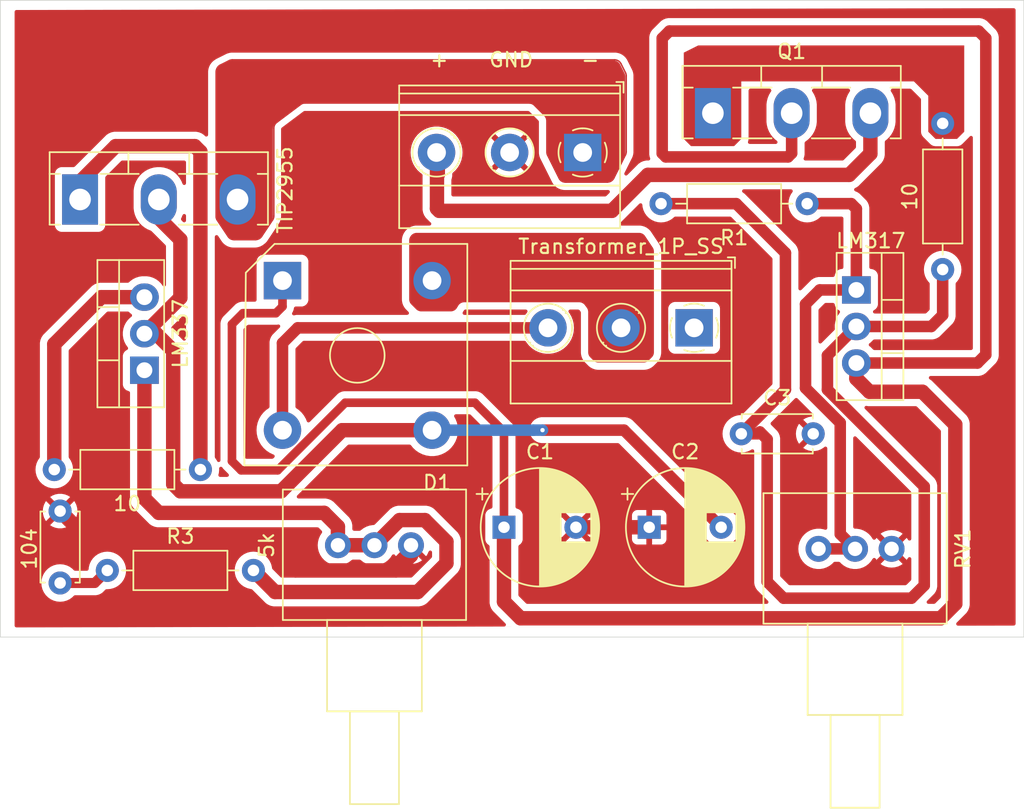
<source format=kicad_pcb>
(kicad_pcb (version 20240108) (generator "pcbnew") (generator_version "8.0")
  (layers (0 "F.Cu" signal) (31 "B.Cu" signal) (34 "B.Paste" user) (35 "F.Paste" user) (36 "B.SilkS" user "B.Silkscreen") (37 "F.SilkS" user "F.Silkscreen") (38 "B.Mask" user) (39 "F.Mask" user) (44 "Edge.Cuts" user))
  (net 0 "")
  (net 1 "Net-(D1-+)")
  (net 2 "GND")
  (net 3 "Net-(D1--)")
  (net 4 "Net-(U1-VO)")
  (net 5 "Net-(U3-VO)")
  (net 6 "Net-(T1-SA)")
  (net 7 "Net-(T1-SB)")
  (net 8 "/Vne")
  (net 9 "/Vac")
  (net 10 "/OUT -")
  (net 11 "/OUT+")
  (net 12 "Net-(Q1-B)")
  (net 13 "Net-(Q2-B)")
  (net 14 "Net-(U1-ADJ)")
  (net 15 "Net-(U3-ADJ)")
  (footprint "Capacitor_THT:CP_Radial_D8.0mm_P5.00mm" (layer "F.Cu") (at 151.5 70)
    (property "Reference" "C1" (at 2.5 -5.25 0) (layer "F.SilkS"))
    (property "Value" "4700uF")
    (pad "1" thru_hole rect (at 0 0) (size 1.6 1.6) (drill 0.8) (layers "*.Cu" "*.Mask") (net 1 "Net-(D1-+)"))
    (pad "2" thru_hole circle (at 5 0) (size 1.6 1.6) (drill 0.8) (layers "*.Cu" "*.Mask") (net 2 "GND"))
  )
  (footprint "Capacitor_THT:C_Disc_D4.7mm_W2.5mm_P5.00mm" (layer "F.Cu") (at 120.6392 73.874 90)
    (property "Reference" "C4" (hide yes))
    (property "Value" "104" (at 2.374 -2.1392 90) (layer "F.SilkS"))
    (pad "1" thru_hole circle (at 0 0 90) (size 1.6 1.6) (drill 0.8) (layers "*.Cu" "*.Mask") (net 5 "Net-(U3-VO)"))
    (pad "2" thru_hole circle (at 5 0 90) (size 1.6 1.6) (drill 0.8) (layers "*.Cu" "*.Mask") (net 2 "GND"))
  )
  (footprint "TerminalBlock_Phoenix:TerminalBlock_Phoenix_MKDS-1,5-3-5.08_1x03_P5.08mm_Horizontal" (layer "F.Cu") (at 156.972 43.942 180)
    (property "Reference" "J2" (hide yes))
    (property "Value" "Screw_Terminal_01x03" (hide yes))
    (pad "1" thru_hole rect (at 0 0 180) (size 2.6 2.6) (drill 1.3) (layers "*.Cu" "*.Mask") (net 11 "/OUT+"))
    (pad "2" thru_hole circle (at 5.08 0 180) (size 2.6 2.6) (drill 1.3) (layers "*.Cu" "*.Mask") (net 2 "GND"))
    (pad "3" thru_hole circle (at 10.16 0 180) (size 2.6 2.6) (drill 1.3) (layers "*.Cu" "*.Mask") (net 10 "/OUT -"))
  )
  (footprint "Capacitor_THT:CP_Radial_D8.0mm_P5.00mm" (layer "F.Cu") (at 161.597349 70)
    (property "Reference" "C2" (at 2.5 -5.25 0) (layer "F.SilkS"))
    (property "Value" "4700uF")
    (pad "1" thru_hole rect (at 0 0) (size 1.6 1.6) (drill 0.8) (layers "*.Cu" "*.Mask") (net 2 "GND"))
    (pad "2" thru_hole circle (at 5 0) (size 1.6 1.6) (drill 0.8) (layers "*.Cu" "*.Mask") (net 3 "Net-(D1--)"))
  )
  (footprint "Diode_THT:Diode_Bridge_Vishay_KBPC6" (layer "F.Cu") (at 136.1 52.85)
    (property "Reference" "D1" (at 10.75 14.05 180) (layer "F.SilkS"))
    (property "Value" "Diode Bridge" (hide yes))
    (pad "1" thru_hole rect (at 0 0) (size 2.6 2.6) (drill 1.3) (layers "*.Cu" "*.Mask") (net 1 "Net-(D1-+)"))
    (pad "2" thru_hole circle (at 0 10.4) (size 2.6 2.6) (drill 1.3) (layers "*.Cu" "*.Mask") (net 6 "Net-(T1-SA)"))
    (pad "3" thru_hole circle (at 10.4 10.4) (size 2.6 2.6) (drill 1.3) (layers "*.Cu" "*.Mask") (net 3 "Net-(D1--)"))
    (pad "4" thru_hole circle (at 10.4 0) (size 2.6 2.6) (drill 1.3) (layers "*.Cu" "*.Mask") (net 7 "Net-(T1-SB)"))
  )
  (footprint "Package_TO_SOT_THT:TO-218-3_Vertical" (layer "F.Cu") (at 122.025 47.21)
    (property "Reference" "Q2" (hide yes))
    (property "Value" "TIP2955" (at 14.252 -0.6604 90) (layer "F.SilkS"))
    (pad "1" thru_hole rect (at 0 0) (size 2.5 3.5) (drill 1.5) (layers "*.Cu" "*.Mask") (net 13 "Net-(Q2-B)"))
    (pad "2" thru_hole oval (at 5.475 0) (size 2.5 3.5) (drill 1.5) (layers "*.Cu" "*.Mask") (net 3 "Net-(D1--)"))
    (pad "3" thru_hole oval (at 10.95 0) (size 2.5 3.5) (drill 1.5) (layers "*.Cu" "*.Mask") (net 10 "/OUT -"))
  )
  (footprint "Capacitor_THT:C_Disc_D4.7mm_W2.5mm_P5.00mm" (layer "F.Cu") (at 168 63.5)
    (property "Reference" "C3" (at 2.5 -2.5 0) (layer "F.SilkS"))
    (property "Value" "104")
    (pad "1" thru_hole circle (at 0 0) (size 1.6 1.6) (drill 0.8) (layers "*.Cu" "*.Mask") (net 4 "Net-(U1-VO)"))
    (pad "2" thru_hole circle (at 5 0) (size 1.6 1.6) (drill 0.8) (layers "*.Cu" "*.Mask") (net 2 "GND"))
  )
  (footprint "Resistor_THT:R_Axial_DIN0207_L6.3mm_D2.5mm_P10.16mm_Horizontal" (layer "F.Cu") (at 172.58 47.5 180)
    (property "Reference" "R1" (at 5.08 -2.37 360) (layer "F.SilkS"))
    (property "Value" "240")
    (pad "1" thru_hole circle (at 0 0 180) (size 1.6 1.6) (drill 0.8) (layers "*.Cu" "*.Mask") (net 14 "Net-(U1-ADJ)"))
    (pad "2" thru_hole oval (at 10.16 0 180) (size 1.6 1.6) (drill 0.8) (layers "*.Cu" "*.Mask") (net 4 "Net-(U1-VO)"))
  )
  (footprint "Resistor_THT:R_Axial_DIN0207_L6.3mm_D2.5mm_P10.16mm_Horizontal" (layer "F.Cu") (at 123.92 73)
    (property "Reference" "R3" (at 5.08 -2.37 360) (layer "F.SilkS"))
    (property "Value" "240")
    (pad "1" thru_hole circle (at 0 0) (size 1.6 1.6) (drill 0.8) (layers "*.Cu" "*.Mask") (net 5 "Net-(U3-VO)"))
    (pad "2" thru_hole oval (at 10.16 0) (size 1.6 1.6) (drill 0.8) (layers "*.Cu" "*.Mask") (net 15 "Net-(U3-ADJ)"))
  )
  (footprint "Resistor_THT:R_Axial_DIN0207_L6.3mm_D2.5mm_P10.16mm_Horizontal" (layer "F.Cu") (at 120.2328 65.9892)
    (property "Reference" "R4" (hide yes))
    (property "Value" "10" (at 5.08 2.37 0) (layer "F.SilkS"))
    (pad "1" thru_hole circle (at 0 0) (size 1.6 1.6) (drill 0.8) (layers "*.Cu" "*.Mask") (net 5 "Net-(U3-VO)"))
    (pad "2" thru_hole oval (at 10.16 0) (size 1.6 1.6) (drill 0.8) (layers "*.Cu" "*.Mask") (net 13 "Net-(Q2-B)"))
  )
  (footprint "Package_TO_SOT_THT:TO-220-3_Vertical" (layer "F.Cu") (at 176 53.5 -90)
    (property "Reference" "U1" (hide yes))
    (property "Value" "LM317" (at -3.42 -1 180) (layer "F.SilkS"))
    (pad "1" thru_hole rect (at 0 0 270) (size 1.905 2) (drill 1.1) (layers "*.Cu" "*.Mask") (net 14 "Net-(U1-ADJ)"))
    (pad "2" thru_hole oval (at 2.54 0 270) (size 1.905 2) (drill 1.1) (layers "*.Cu" "*.Mask") (net 4 "Net-(U1-VO)"))
    (pad "3" thru_hole oval (at 5.08 0 270) (size 1.905 2) (drill 1.1) (layers "*.Cu" "*.Mask") (net 1 "Net-(D1-+)"))
  )
  (footprint "Package_TO_SOT_THT:TO-218-3_Vertical" (layer "F.Cu") (at 166.025 41.21)
    (property "Reference" "Q1" (at 5.475 -4.29 0) (layer "F.SilkS"))
    (property "Value" "TIP3055")
    (pad "1" thru_hole rect (at 0 0) (size 2.5 3.5) (drill 1.5) (layers "*.Cu" "*.Mask") (net 12 "Net-(Q1-B)"))
    (pad "2" thru_hole oval (at 5.475 0) (size 2.5 3.5) (drill 1.5) (layers "*.Cu" "*.Mask") (net 1 "Net-(D1-+)"))
    (pad "3" thru_hole oval (at 10.95 0) (size 2.5 3.5) (drill 1.5) (layers "*.Cu" "*.Mask") (net 11 "/OUT+"))
  )
  (footprint "Resistor_THT:R_Axial_DIN0207_L6.3mm_D2.5mm_P10.16mm_Horizontal" (layer "F.Cu") (at 182 52.08 90)
    (property "Reference" "R2" (hide yes))
    (property "Value" "10" (at 5.08 -2.286 90) (layer "F.SilkS"))
    (pad "1" thru_hole circle (at 0 0 90) (size 1.6 1.6) (drill 0.8) (layers "*.Cu" "*.Mask") (net 4 "Net-(U1-VO)"))
    (pad "2" thru_hole oval (at 10.16 0 90) (size 1.6 1.6) (drill 0.8) (layers "*.Cu" "*.Mask") (net 12 "Net-(Q1-B)"))
  )
  (footprint "TerminalBlock_Phoenix:TerminalBlock_Phoenix_MKDS-1,5-3-5.08_1x03_P5.08mm_Horizontal" (layer "F.Cu") (at 164.719 56.134 180)
    (property "Reference" "T1" (hide yes))
    (property "Value" "Transformer_1P_SS" (at 5.08 5.66 360) (layer "F.SilkS"))
    (pad "3" thru_hole circle (at 10.16 0 180) (size 2.6 2.6) (drill 1.3) (layers "*.Cu" "*.Mask") (net 6 "Net-(T1-SA)"))
    (pad "4" thru_hole rect (at 0 0 180) (size 2.6 2.6) (drill 1.3) (layers "*.Cu" "*.Mask") (net 9 "/Vac"))
    (pad "5" thru_hole circle (at 5.08 0 180) (size 2.6 2.6) (drill 1.3) (layers "*.Cu" "*.Mask") (net 8 "/Vne"))
  )
  (footprint "Potentiometer_THT:Potentiometer_Vishay_148-149_Single_Horizontal" (layer "F.Cu") (at 139.954 71.247 -90)
    (property "Reference" "RV2" (hide yes))
    (property "Value" "5k" (at 0 4.96 90) (layer "F.SilkS"))
    (pad "1" thru_hole circle (at 0 0 270) (size 1.8 1.8) (drill 1) (layers "*.Cu" "*.Mask") (net 15 "Net-(U3-ADJ)"))
    (pad "2" thru_hole circle (at 0 -2.54 270) (size 1.8 1.8) (drill 1) (layers "*.Cu" "*.Mask") (net 15 "Net-(U3-ADJ)"))
    (pad "3" thru_hole circle (at 0 -5.08 270) (size 1.8 1.8) (drill 1) (layers "*.Cu" "*.Mask") (net 2 "GND"))
  )
  (footprint "Potentiometer_THT:Potentiometer_Vishay_148-149_Single_Horizontal" (layer "F.Cu") (at 173.37 71.5 -90)
    (property "Reference" "RV1" (at 0 -10.04 90) (layer "F.SilkS"))
    (property "Value" "5k")
    (pad "1" thru_hole circle (at 0 0 270) (size 1.8 1.8) (drill 1) (layers "*.Cu" "*.Mask") (net 14 "Net-(U1-ADJ)"))
    (pad "2" thru_hole circle (at 0 -2.54 270) (size 1.8 1.8) (drill 1) (layers "*.Cu" "*.Mask") (net 14 "Net-(U1-ADJ)"))
    (pad "3" thru_hole circle (at 0 -5.08 270) (size 1.8 1.8) (drill 1) (layers "*.Cu" "*.Mask") (net 2 "GND"))
  )
  (footprint "Package_TO_SOT_THT:TO-220-3_Vertical" (layer "F.Cu") (at 126.5 59.08 90)
    (property "Reference" "U3" (hide yes))
    (property "Value" "LM337" (at 2.54 2.5 90) (layer "F.SilkS"))
    (pad "1" thru_hole rect (at 0 0 90) (size 1.905 2) (drill 1.1) (layers "*.Cu" "*.Mask") (net 15 "Net-(U3-ADJ)"))
    (pad "2" thru_hole oval (at 2.54 0 90) (size 1.905 2) (drill 1.1) (layers "*.Cu" "*.Mask") (net 3 "Net-(D1--)"))
    (pad "3" thru_hole oval (at 5.08 0 90) (size 1.905 2) (drill 1.1) (layers "*.Cu" "*.Mask") (net 5 "Net-(U3-VO)"))
  )
  (gr_line (start 131.583975 48.625962) (end 132.351567 49.77735) (layer "F.Cu") (net 10))
  (gr_line (start 155.809017 46) (end 158.690983 46) (layer "F.Cu") (net 10))
  (gr_arc (start 132.394427 37.552786) (mid 132.503158 37.513382) (end 132.618034 37.5) (layer "F.Cu") (net 10))
  (gr_arc (start 154.353554 41.353554) (mid 154.46194 41.515766) (end 154.5 41.707107) (layer "F.Cu") (net 10))
  (gr_arc (start 153.292893 40.5) (mid 153.484235 40.53806) (end 153.646447 40.646447) (layer "F.Cu") (net 10))
  (gr_line (start 159.190983 37.5) (end 132.618034 37.5) (layer "F.Cu") (net 10))
  (gr_arc (start 134.648433 49.77735) (mid 134.468338 49.94084) (end 134.232408 50) (layer "F.Cu") (net 10))
  (gr_line (start 137.666667 40.5) (end 153.292893 40.5) (layer "F.Cu") (net 10))
  (gr_line (start 154.552786 44.105573) (end 155.361803 45.723607) (layer "F.Cu") (net 10))
  (gr_line (start 132.767592 50) (end 134.232408 50) (layer "F.Cu") (net 10))
  (gr_arc (start 132.767592 50) (mid 132.531666 49.940834) (end 132.351567 49.77735) (layer "F.Cu") (net 10))
  (gr_arc (start 135.5 48.348612) (mid 135.478543 48.493503) (end 135.416025 48.625962) (layer "F.Cu") (net 10))
  (gr_line (start 159.947214 38.394427) (end 159.638197 37.776393) (layer "F.Cu"))
  (gr_arc (start 159.190983 37.5) (mid 159.453855 37.574668) (end 159.638197 37.776393) (layer "F.Cu") (net 10))
  (gr_arc (start 131.5 38.309017) (mid 131.574675 38.046151) (end 131.776393 37.861803) (layer "F.Cu") (net 10))
  (gr_arc (start 135.5 42.25) (mid 135.552786 42.026393) (end 135.7 41.85) (layer "F.Cu") (net 10))
  (gr_arc (start 137.366667 40.6) (mid 137.508553 40.525658) (end 137.666667 40.5) (layer "F.Cu") (net 10))
  (gr_arc (start 155.809017 46) (mid 155.546145 45.925332) (end 155.361803 45.723607) (layer "F.Cu") (net 10))
  (gr_poly (pts (xy 154.486607 44.151837) (xy 154.461991 44.099252) (xy 154.435328 43.986272) (xy 154.433821 43.92823) (xy 154.433821 41.753371) (xy 154.432108 41.68777) (xy 154.398152 41.561039) (xy 154.332552 41.447414) (xy 154.287375 41.399818) (xy 153.580268 40.692711) (xy 153.532669 40.647537) (xy 153.419045 40.581938) (xy 153.292314 40.547982) (xy 153.226714 40.546264) (xy 137.600488 40.546264) (xy 137.519787 40.54896) (xy 137.366667 40.6) (xy 137.300488 40.646264) (xy 135.633821 41.896264) (xy 135.573368 41.944819) (xy 135.483541 42.071124) (xy 135.436393 42.218769) (xy 135.433821 42.296264) (xy 135.433821 48.394876) (xy 135.431501 48.468567) (xy 135.388797 48.609627) (xy 135.349846 48.672226) (xy 134.582254 49.823614) (xy 134.546788 49.87393) (xy 134.45566 49.956656) (xy 134.347147 50.014732) (xy 134.227767 50.04467) (xy 134.166229 50.046264) (xy 132.701413 50.046264) (xy 132.639875 50.044664) (xy 132.520497 50.014726) (xy 132.411985 49.956651) (xy 132.320858 49.873926) (xy 132.285388 49.823614) (xy 131.517796 48.672226) (xy 131.478842 48.609627) (xy 131.436121 48.468569) (xy 131.433821 48.394876) (xy 131.433821 38.355281) (xy 131.435798 38.285914) (xy 131.473706 38.152458) (xy 131.54664 38.034441) (xy 131.649049 37.940848) (xy 131.710214 37.908067) (xy 132.328248 37.59905) (xy 132.380834 37.574436) (xy 132.493813 37.547766) (xy 132.551855 37.546264) (xy 159.124804 37.546264) (xy 159.194171 37.548241) (xy 159.327627 37.586149) (xy 159.445644 37.659083) (xy 159.539237 37.761492) (xy 159.572018 37.822657) (xy 159.881035 38.440691) (xy 159.905651 38.493276) (xy 159.932314 38.606256) (xy 159.933821 38.664298) (xy 159.933821 43.92823) (xy 159.932329 43.986274) (xy 159.905665 44.099257) (xy 159.881035 44.151837) (xy 159.072018 45.769871) (xy 159.039225 45.831027) (xy 158.945634 45.933433) (xy 158.827621 46.006365) (xy 158.694169 46.044272) (xy 158.624804 46.046264) (xy 155.742838 46.046264) (xy 155.673471 46.044287) (xy 155.540015 46.006379) (xy 155.421998 45.933445) (xy 155.328405 45.831036) (xy 155.295624 45.769871)) (fill solid) (layer "F.Cu") (net 10))
  (gr_line (start 131.5 38.309017) (end 131.5 48.348612) (layer "F.Cu") (net 10))
  (gr_arc (start 131.583975 48.625962) (mid 131.521454 48.493504) (end 131.5 48.348612) (layer "F.Cu") (net 10))
  (gr_line (start 153.646447 40.646447) (end 154.353554 41.353554) (layer "F.Cu") (net 10))
  (gr_line (start 159.138197 45.723607) (end 159.947214 44.105573) (layer "F.Cu") (net 10))
  (gr_arc (start 154.552786 44.105573) (mid 154.513375 43.996843) (end 154.5 43.881966) (layer "F.Cu") (net 10))
  (gr_poly (pts (xy 164 43) (xy 164.5 43.5) (xy 167.5 43.5) (xy 168 43) (xy 168 39) (xy 180 39) (xy 181 40) (xy 181 42.5) (xy 181.5 43) (xy 183 43) (xy 183.5 42.5) (xy 183.5 36.5) (xy 165 36.5) (xy 164 37)) (fill solid) (layer "F.Cu") (net 12))
  (gr_line (start 160 43.881966) (end 160 38.618034) (layer "F.Cu"))
  (gr_line (start 135.7 41.85) (end 137.366667 40.6) (layer "F.Cu") (net 10))
  (gr_arc (start 160 43.881966) (mid 159.986624 43.996842) (end 159.947214 44.105573) (layer "F.Cu"))
  (gr_poly (pts (arc (start 148.746095 54.356) (mid 148.499746 54.4209) (end 148.317349 54.598752)) (arc (start 148.227651 54.748248) (mid 148.045254 54.9261) (end 147.798905 54.991)) (arc (start 145.749107 54.991) (mid 145.557766 54.95294) (end 145.395554 54.844554)) (arc (start 145.053447 54.502447) (mid 144.94506 54.340235) (end 144.907 54.148893)) (arc (start 144.907 50.062388) (mid 144.928457 49.917497) (end 144.990975 49.785037)) (arc (start 145.012567 49.75265) (mid 145.192662 49.58916) (end 145.428592 49.53)) (arc (start 160.895408 49.53) (mid 161.131334 49.589166) (end 161.311433 49.75265)) (arc (start 161.841025 50.547038) (mid 161.903549 50.679496) (end 161.925 50.824388)) (arc (start 161.925 57.831893) (mid 161.886942 58.023236) (end 161.778554 58.185446)) (arc (start 161.563447 58.400553) (mid 161.401235 58.508937) (end 161.209893 58.547)) (arc (start 158.068107 58.547) (mid 157.876764 58.508942) (end 157.714554 58.400554)) (arc (start 157.499447 58.185447) (mid 157.39106 58.023235) (end 157.353 57.831893)) (arc (start 157.353 55.030667) (mid 157.327342 54.872553) (end 157.253 54.730667)) (arc (start 157.122 54.556) (mid 156.945607 54.408786) (end 156.722 54.356))) (fill solid) (layer "F.Cu"))
  (gr_line (start 154.5 41.707107) (end 154.5 43.881966) (layer "F.Cu") (net 10))
  (gr_arc (start 159.138197 45.723607) (mid 158.953847 45.925319) (end 158.690983 46) (layer "F.Cu") (net 10))
  (gr_line (start 135.5 48.348612) (end 135.5 42.25) (layer "F.Cu") (net 10))
  (gr_line (start 132.394427 37.552786) (end 131.776393 37.861803) (layer "F.Cu") (net 10))
  (gr_line (start 134.648433 49.77735) (end 135.416025 48.625962) (layer "F.Cu") (net 10))
  (gr_arc (start 159.947214 38.394427) (mid 159.986618 38.503158) (end 160 38.618034) (layer "F.Cu"))
  (gr_rect (start 116.484 33.365) (end 187.642 77.635) (stroke (width 0.05)) (fill none) (layer "Edge.Cuts"))
  (gr_text "+" (at 147 37.5 0) (layer "F.SilkS") (effects (font (size 1 1))))
  (gr_text "GND\n" (at 152 37.5 0) (layer "F.SilkS") (effects (font (size 1 1))))
  (gr_text "-\n" (at 157.5 37.5 0) (layer "F.SilkS") (effects (font (size 1 1))))
  (segment (start 162.5 44) (end 162.5 36) (width 0.8) (layer "F.Cu") (net 1))
  (segment (start 136.1 52.85) (end 136.1 54.654) (width 0.6) (layer "F.Cu") (net 1))
  (segment (start 176 59.668) (end 176 58.58) (width 1) (layer "F.Cu") (net 1))
  (segment (start 162.5 36) (end 163 35.5) (width 0.8) (layer "F.Cu") (net 1))
  (segment (start 152.654 76.327) (end 181.864 76.327) (width 1) (layer "F.Cu") (net 1))
  (segment (start 162.75 44.25) (end 162.5 44) (width 0.8) (layer "F.Cu") (net 1))
  (segment (start 132.588 55.88) (end 132.588 65.405) (width 0.6) (layer "F.Cu") (net 1))
  (segment (start 136.1 54.654) (end 135.636 55.118) (width 0.6) (layer "F.Cu") (net 1))
  (segment (start 149.479 61.341) (end 151.5 63.362) (width 0.6) (layer "F.Cu") (net 1))
  (segment (start 182.88 62.865) (end 180.594 60.579) (width 1) (layer "F.Cu") (net 1))
  (segment (start 140.462 61.341) (end 149.479 61.341) (width 0.6) (layer "F.Cu") (net 1))
  (segment (start 184.42 58.58) (end 176 58.58) (width 0.8) (layer "F.Cu") (net 1))
  (segment (start 181.864 76.327) (end 182.88 75.311) (width 1) (layer "F.Cu") (net 1))
  (segment (start 151.5 63.362) (end 151.5 70) (width 0.6) (layer "F.Cu") (net 1))
  (segment (start 171.25 44.25) (end 162.75 44.25) (width 0.8) (layer "F.Cu") (net 1))
  (segment (start 180.594 60.579) (end 176.911 60.579) (width 1) (layer "F.Cu") (net 1))
  (segment (start 184.5 35.5) (end 185 36) (width 0.8) (layer "F.Cu") (net 1))
  (segment (start 185 58) (end 184.42 58.58) (width 0.8) (layer "F.Cu") (net 1))
  (segment (start 133.35 55.118) (end 132.588 55.88) (width 0.6) (layer "F.Cu") (net 1))
  (segment (start 182.88 75.311) (end 182.88 62.865) (width 1) (layer "F.Cu") (net 1))
  (segment (start 176.911 60.579) (end 176 59.668) (width 1) (layer "F.Cu") (net 1))
  (segment (start 132.588 65.405) (end 133.223 66.04) (width 0.6) (layer "F.Cu") (net 1))
  (segment (start 133.223 66.04) (end 135.763 66.04) (width 0.6) (layer "F.Cu") (net 1))
  (segment (start 151.5 70) (end 151.5 75.173) (width 1) (layer "F.Cu") (net 1))
  (segment (start 135.763 66.04) (end 140.462 61.341) (width 0.6) (layer "F.Cu") (net 1))
  (segment (start 163 35.5) (end 184.5 35.5) (width 0.8) (layer "F.Cu") (net 1))
  (segment (start 171.5 44) (end 171.25 44.25) (width 0.8) (layer "F.Cu") (net 1))
  (segment (start 185 36) (end 185 58) (width 0.8) (layer "F.Cu") (net 1))
  (segment (start 171.5 41.21) (end 171.5 44) (width 0.8) (layer "F.Cu") (net 1))
  (segment (start 135.636 55.118) (end 133.35 55.118) (width 0.6) (layer "F.Cu") (net 1))
  (segment (start 151.5 75.173) (end 152.654 76.327) (width 1) (layer "F.Cu") (net 1))
  (segment (start 137 73) (end 144 73) (width 1) (layer "F.Cu") (net 2))
  (segment (start 144 73) (end 145.034 71.966) (width 1) (layer "F.Cu") (net 2))
  (segment (start 120.6392 68.874) (end 122.7652 71) (width 1) (layer "F.Cu") (net 2))
  (segment (start 135 71) (end 137 73) (width 1) (layer "F.Cu") (net 2))
  (segment (start 156.5 70) (end 161.597349 70) (width 1) (layer "F.Cu") (net 2))
  (segment (start 145.034 71.966) (end 145.034 71.247) (width 1) (layer "F.Cu") (net 2))
  (segment (start 122.7652 71) (end 135 71) (width 1) (layer "F.Cu") (net 2))
  (segment (start 159.843349 63.246) (end 154.178 63.246) (width 0.8) (layer "F.Cu") (net 3))
  (segment (start 126.5 56.54) (end 129 54.04) (width 1) (layer "F.Cu") (net 3))
  (segment (start 129 67.5) (end 136 67.5) (width 1) (layer "F.Cu") (net 3))
  (segment (start 129 50) (end 127.5 48.5) (width 1) (layer "F.Cu") (net 3))
  (segment (start 136 67.5) (end 140.25 63.25) (width 1) (layer "F.Cu") (net 3))
  (segment (start 127.5 48.5) (end 127.5 47.21) (width 1) (layer "F.Cu") (net 3))
  (segment (start 128.5 67) (end 129 67.5) (width 1) (layer "F.Cu") (net 3))
  (segment (start 166.597349 70) (end 159.843349 63.246) (width 0.8) (layer "F.Cu") (net 3))
  (segment (start 129 54.04) (end 129 50) (width 1) (layer "F.Cu") (net 3))
  (segment (start 126.5 56.54) (end 127.3125 56.54) (width 1) (layer "F.Cu") (net 3))
  (segment (start 128.5 57.7275) (end 128.5 67) (width 1) (layer "F.Cu") (net 3))
  (segment (start 140.25 63.25) (end 146.5 63.25) (width 1) (layer "F.Cu") (net 3))
  (segment (start 127.3125 56.54) (end 128.5 57.7275) (width 1) (layer "F.Cu") (net 3))
  (via (at 154.178 63.246) (size 0.6) (drill 0.3) (layers "F.Cu" "B.Cu") (net 3))
  (segment (start 154.178 63.246) (end 153.543 63.246) (width 0.8) (layer "B.Cu") (net 3))
  (segment (start 153.539 63.25) (end 146.5 63.25) (width 0.8) (layer "B.Cu") (net 3))
  (segment (start 153.543 63.246) (end 153.539 63.25) (width 0.8) (layer "B.Cu") (net 3))
  (segment (start 171.069 50.927) (end 167.642 47.5) (width 0.8) (layer "F.Cu") (net 4))
  (segment (start 179.832 74.93) (end 170.942 74.93) (width 0.8) (layer "F.Cu") (net 4))
  (segment (start 171.069 60.431) (end 171.069 50.927) (width 0.8) (layer "F.Cu") (net 4))
  (segment (start 182 55.25) (end 181.21 56.04) (width 0.8) (layer "F.Cu") (net 4))
  (segment (start 173.99 58.05) (end 173.99 60.434786) (width 0.8) (layer "F.Cu") (net 4))
  (segment (start 181.21 56.04) (end 176 56.04) (width 0.8) (layer "F.Cu") (net 4))
  (segment (start 180.721 67.165786) (end 180.721 74.041) (width 0.8) (layer "F.Cu") (net 4))
  (segment (start 169.291 63.373) (end 169.164 63.5) (width 0.8) (layer "F.Cu") (net 4))
  (segment (start 169.799 63.881) (end 169.291 63.373) (width 0.8) (layer "F.Cu") (net 4))
  (segment (start 169.164 63.5) (end 168 63.5) (width 0.8) (layer "F.Cu") (net 4))
  (segment (start 169.799 73.787) (end 169.799 63.881) (width 0.8) (layer "F.Cu") (net 4))
  (segment (start 167.642 47.5) (end 162.42 47.5) (width 0.8) (layer "F.Cu") (net 4))
  (segment (start 173.99 60.434786) (end 180.721 67.165786) (width 0.8) (layer "F.Cu") (net 4))
  (segment (start 180.721 74.041) (end 179.832 74.93) (width 0.8) (layer "F.Cu") (net 4))
  (segment (start 176 56.04) (end 173.99 58.05) (width 0.8) (layer "F.Cu") (net 4))
  (segment (start 170.942 74.93) (end 169.799 73.787) (width 0.8) (layer "F.Cu") (net 4))
  (segment (start 168 63.5) (end 171.069 60.431) (width 0.8) (layer "F.Cu") (net 4))
  (segment (start 182 52.08) (end 182 55.25) (width 0.8) (layer "F.Cu") (net 4))
  (segment (start 120.6392 73.874) (end 123.046 73.874) (width 0.7) (layer "F.Cu") (net 5))
  (segment (start 120.2328 57.2672) (end 123.5 54) (width 1) (layer "F.Cu") (net 5))
  (segment (start 123.046 73.874) (end 123.92 73) (width 0.7) (layer "F.Cu") (net 5))
  (segment (start 123.5 54) (end 126.5 54) (width 1) (layer "F.Cu") (net 5))
  (segment (start 120.2328 65.9892) (end 120.2328 57.2672) (width 1) (layer "F.Cu") (net 5))
  (segment (start 137.16 56.134) (end 154.559 56.134) (width 0.8) (layer "F.Cu") (net 6))
  (segment (start 136.1 57.194) (end 137.16 56.134) (width 0.8) (layer "F.Cu") (net 6))
  (segment (start 136.1 63.25) (end 136.1 57.194) (width 0.8) (layer "F.Cu") (net 6))
  (segment (start 161.5 45.5) (end 175.5 45.5) (width 1) (layer "F.Cu") (net 11))
  (segment (start 147 44.16) (end 147 45.5) (width 0.8) (layer "F.Cu") (net 11))
  (segment (start 146.84 45) (end 146.84 47.84) (width 1) (layer "F.Cu") (net 11))
  (segment (start 176.975 42.975) (end 177 43) (width 0.8) (layer "F.Cu") (net 11))
  (segment (start 159 48) (end 161.5 45.5) (width 1) (layer "F.Cu") (net 11))
  (segment (start 146.84 47.84) (end 147 48) (width 1) (layer "F.Cu") (net 11))
  (segment (start 175.5 45.5) (end 176.975 44.025) (width 1) (layer "F.Cu") (net 11))
  (segment (start 176.975 44.025) (end 176.975 42.21) (width 1) (layer "F.Cu") (net 11))
  (segment (start 147 48) (end 159 48) (width 1) (layer "F.Cu") (net 11))
  (segment (start 146.84 44) (end 147 44.16) (width 0.2) (layer "F.Cu") (net 11))
  (segment (start 176.975 41.21) (end 176.975 42.975) (width 0.2) (layer "F.Cu") (net 11))
  (segment (start 122.025 45.975) (end 122.025 47.21) (width 1) (layer "F.Cu") (net 13))
  (segment (start 124.5 43.5) (end 122.025 45.975) (width 1) (layer "F.Cu") (net 13))
  (segment (start 130.3928 43.8928) (end 130 43.5) (width 1) (layer "F.Cu") (net 13))
  (segment (start 130.3928 65.9892) (end 130.3928 43.8928) (width 1) (layer "F.Cu") (net 13))
  (segment (start 130 43.5) (end 124.5 43.5) (width 1) (layer "F.Cu") (net 13))
  (segment (start 176 47.857) (end 176 53.5) (width 0.8) (layer "F.Cu") (net 14))
  (segment (start 175.643 47.5) (end 176 47.857) (width 0.8) (layer "F.Cu") (net 14))
  (segment (start 172.466 60.325) (end 172.466 54.483) (width 0.8) (layer "F.Cu") (net 14))
  (segment (start 175.91 71.5) (end 173.37 71.5) (width 0.8) (layer "F.Cu") (net 14))
  (segment (start 172.466 54.483) (end 173.449 53.5) (width 0.8) (layer "F.Cu") (net 14))
  (segment (start 174.879 70.469) (end 174.879 62.738) (width 0.8) (layer "F.Cu") (net 14))
  (segment (start 175.91 71.5) (end 174.879 70.469) (width 0.8) (layer "F.Cu") (net 14))
  (segment (start 173.449 53.5) (end 176 53.5) (width 0.8) (layer "F.Cu") (net 14))
  (segment (start 174.879 62.738) (end 172.466 60.325) (width 0.8) (layer "F.Cu") (net 14))
  (segment (start 172.58 47.5) (end 175.643 47.5) (width 0.8) (layer "F.Cu") (net 14))
  (segment (start 145.5 74.5) (end 147.5 72.5) (width 1) (layer "F.Cu") (net 15))
  (segment (start 134.08 73) (end 135.58 74.5) (width 1) (layer "F.Cu") (net 15))
  (segment (start 126.5 59.08) (end 126.5 68) (width 1) (layer "F.Cu") (net 15))
  (segment (start 147.5 72.5) (end 147.5 71) (width 1) (layer "F.Cu") (net 15))
  (segment (start 127.5 69) (end 139 69) (width 1) (layer "F.Cu") (net 15))
  (segment (start 139.954 71.247) (end 142.494 71.247) (width 1) (layer "F.Cu") (net 15))
  (segment (start 126.5 68) (end 127.5 69) (width 1) (layer "F.Cu") (net 15))
  (segment (start 147.5 71) (end 146 69.5) (width 1) (layer "F.Cu") (net 15))
  (segment (start 146 69.5) (end 144.241 69.5) (width 1) (layer "F.Cu") (net 15))
  (segment (start 139.954 69.954) (end 139.954 71.247) (width 1) (layer "F.Cu") (net 15))
  (segment (start 139 69) (end 139.954 69.954) (width 1) (layer "F.Cu") (net 15))
  (segment (start 144.241 69.5) (end 142.494 71.247) (width 1) (layer "F.Cu") (net 15))
  (segment (start 135.58 74.5) (end 145.5 74.5) (width 1) (layer "F.Cu") (net 15))
  (zone (net 2) (net_name "GND") (layer "F.Cu") (connect_pads (clearance 0.5)) (min_thickness 0.25) (fill yes (thermal_gap 0.4) (thermal_bridge_width 0.4) (island_removal_mode 1) (island_area_min 10))
    (polygon (pts (xy 187.071 76.835) (xy 117.475 76.962) (xy 117.475 34.036) (xy 187.071 33.909)))
  )
)
</source>
